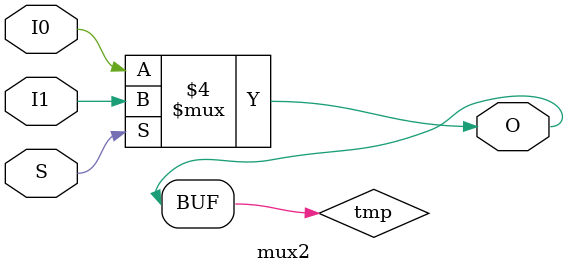
<source format=v>

`timescale 1ns / 1ps

module mux2 (
  input wire I0,
  input wire I1,
  input wire S,
  output wire O);

reg tmp;

always  @(I0 or I1 or S) begin
  if (S==0) tmp = I0;
  else tmp = I1;
end

assign O = tmp;

endmodule


</source>
